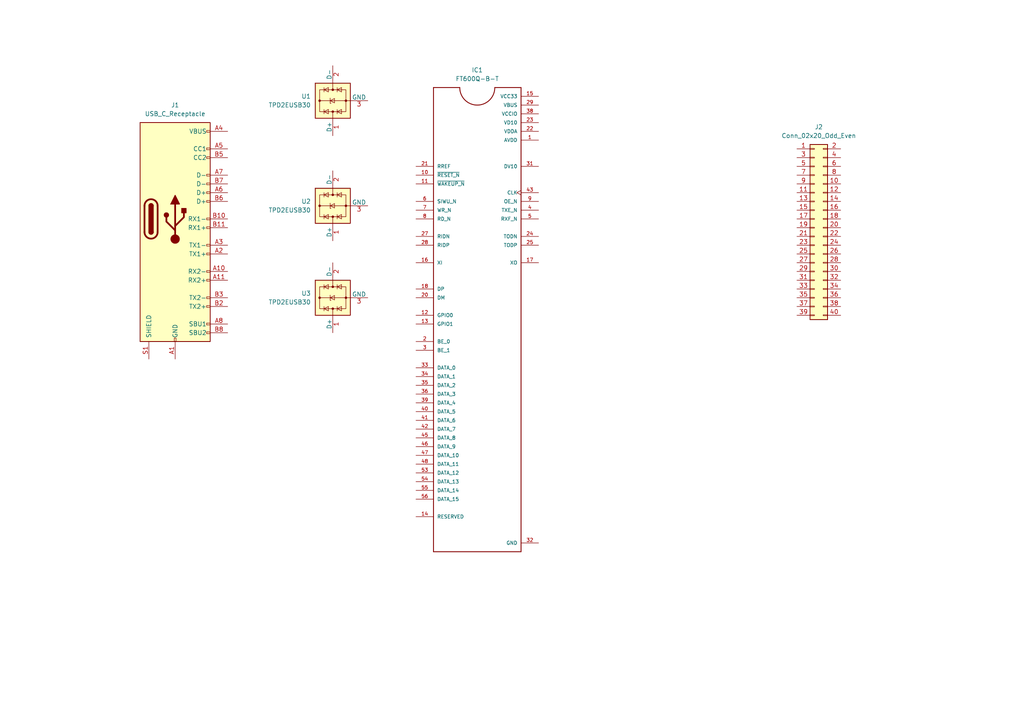
<source format=kicad_sch>
(kicad_sch (version 20231120) (generator "eeschema") (generator_version "8.0")
  (paper "A4")
  (lib_symbols
    (symbol "Connector:USB_C_Receptacle" (pin_names (offset 1.016))
      (property "Reference" "J" (at -10.16 29.21 0))
      (property "Value" "USB_C_Receptacle" (at 10.16 29.21 0))
      (symbol "USB_C_Receptacle_0_0"
        (rectangle (start -0.254 -35.56) (end 0.254 -34.544))
        (rectangle (start 10.16 -32.766) (end 9.144 -33.274))
        (rectangle (start 10.16 -30.226) (end 9.144 -30.734))
        (rectangle (start 10.16 -25.146) (end 9.144 -25.654))
        (rectangle (start 10.16 -22.606) (end 9.144 -23.114))
        (rectangle (start 10.16 -17.526) (end 9.144 -18.034))
        (rectangle (start 10.16 -14.986) (end 9.144 -15.494))
        (rectangle (start 10.16 -9.906) (end 9.144 -10.414))
        (rectangle (start 10.16 -7.366) (end 9.144 -7.874))
        (rectangle (start 10.16 -2.286) (end 9.144 -2.794))
        (rectangle (start 10.16 0.254) (end 9.144 -0.254))
        (rectangle (start 10.16 5.334) (end 9.144 4.826))
        (rectangle (start 10.16 7.874) (end 9.144 7.366))
        (rectangle (start 10.16 10.414) (end 9.144 9.906))
        (rectangle (start 10.16 12.954) (end 9.144 12.446))
        (rectangle (start 10.16 18.034) (end 9.144 17.526))
        (rectangle (start 10.16 20.574) (end 9.144 20.066))
        (rectangle (start 10.16 25.654) (end 9.144 25.146))
      )
      (symbol "USB_C_Receptacle_0_1"
        (rectangle (start -10.16 27.94) (end 10.16 -35.56) (stroke (width 0.254)) (fill (type background)))
        (arc (start -8.89 -3.81) (mid -6.985 -5.7067) (end -5.08 -3.81) (stroke (width 0.508)))
        (arc (start -7.62 -3.81) (mid -6.985 -4.4423) (end -6.35 -3.81) (stroke (width 0.254)))
        (arc (start -7.62 -3.81) (mid -6.985 -4.4423) (end -6.35 -3.81) (stroke (width 0.254)) (fill (type outline)))
        (rectangle (start -7.62 -3.81) (end -6.35 3.81) (stroke (width 0.254)) (fill (type outline)))
        (arc (start -6.35 3.81) (mid -6.985 4.4423) (end -7.62 3.81) (stroke (width 0.254)))
        (arc (start -6.35 3.81) (mid -6.985 4.4423) (end -7.62 3.81) (stroke (width 0.254)) (fill (type outline)))
        (arc (start -5.08 3.81) (mid -6.985 5.7067) (end -8.89 3.81) (stroke (width 0.508)))
        (polyline (pts (xy -8.89 -3.81) (xy -8.89 3.81)) (stroke (width 0.508)))
        (polyline (pts (xy -5.08 3.81) (xy -5.08 -3.81)) (stroke (width 0.508)))
      )
      (symbol "USB_C_Receptacle_1_1"
        (circle (center -2.54 1.143) (radius 0.635) (stroke (width 0.254)) (fill (type outline)))
        (circle (center 0 -5.842) (radius 1.27) (fill (type outline)))
        (polyline (pts (xy 0 -5.842) (xy 0 4.318)) (stroke (width 0.508)))
        (polyline (pts (xy 0 -3.302) (xy -2.54 -0.762) (xy -2.54 0.508)) (stroke (width 0.508)))
        (polyline (pts (xy 0 -2.032) (xy 2.54 0.508) (xy 2.54 1.778)) (stroke (width 0.508)))
        (polyline (pts (xy -1.27 4.318) (xy 0 6.858) (xy 1.27 4.318) (xy -1.27 4.318)) (stroke (width 0.254)) (fill (type outline)))
        (rectangle (start 1.905 1.778) (end 3.175 3.048) (stroke (width 0.254)) (fill (type outline)))
        (pin passive line (at 0 -40.64 90) (length 5.08) (name "GND") (number "A1"))
        (pin bidirectional line (at 15.24 -15.24 180) (length 5.08) (name "RX2-") (number "A10"))
        (pin bidirectional line (at 15.24 -17.78 180) (length 5.08) (name "RX2+") (number "A11"))
        (pin passive line (at 0 -40.64 90) (length 5.08) hide (name "GND") (number "A12"))
        (pin bidirectional line (at 15.24 -10.16 180) (length 5.08) (name "TX1+") (number "A2"))
        (pin bidirectional line (at 15.24 -7.62 180) (length 5.08) (name "TX1-") (number "A3"))
        (pin passive line (at 15.24 25.4 180) (length 5.08) (name "VBUS") (number "A4"))
        (pin bidirectional line (at 15.24 20.32 180) (length 5.08) (name "CC1") (number "A5"))
        (pin bidirectional line (at 15.24 7.62 180) (length 5.08) (name "D+") (number "A6"))
        (pin bidirectional line (at 15.24 12.7 180) (length 5.08) (name "D-") (number "A7"))
        (pin bidirectional line (at 15.24 -30.48 180) (length 5.08) (name "SBU1") (number "A8"))
        (pin passive line (at 15.24 25.4 180) (length 5.08) hide (name "VBUS") (number "A9"))
        (pin passive line (at 0 -40.64 90) (length 5.08) hide (name "GND") (number "B1"))
        (pin bidirectional line (at 15.24 0 180) (length 5.08) (name "RX1-") (number "B10"))
        (pin bidirectional line (at 15.24 -2.54 180) (length 5.08) (name "RX1+") (number "B11"))
        (pin passive line (at 0 -40.64 90) (length 5.08) hide (name "GND") (number "B12"))
        (pin bidirectional line (at 15.24 -25.4 180) (length 5.08) (name "TX2+") (number "B2"))
        (pin bidirectional line (at 15.24 -22.86 180) (length 5.08) (name "TX2-") (number "B3"))
        (pin passive line (at 15.24 25.4 180) (length 5.08) hide (name "VBUS") (number "B4"))
        (pin bidirectional line (at 15.24 17.78 180) (length 5.08) (name "CC2") (number "B5"))
        (pin bidirectional line (at 15.24 5.08 180) (length 5.08) (name "D+") (number "B6"))
        (pin bidirectional line (at 15.24 10.16 180) (length 5.08) (name "D-") (number "B7"))
        (pin bidirectional line (at 15.24 -33.02 180) (length 5.08) (name "SBU2") (number "B8"))
        (pin passive line (at 15.24 25.4 180) (length 5.08) hide (name "VBUS") (number "B9"))
        (pin passive line (at -7.62 -40.64 90) (length 5.08) (name "SHIELD") (number "S1"))
      )
    )
    (symbol "Connector_Generic:Conn_02x20_Odd_Even" (pin_names (offset 1.016) hide)
      (property "Reference" "J" (at 1.27 25.4 0))
      (property "Value" "Conn_02x20_Odd_Even" (at 1.27 -27.94 0))
      (symbol "Conn_02x20_Odd_Even_1_1"
        (rectangle (start -1.27 -25.273) (end 0 -25.527) (stroke (width 0.1524)))
        (rectangle (start -1.27 -22.733) (end 0 -22.987) (stroke (width 0.1524)))
        (rectangle (start -1.27 -20.193) (end 0 -20.447) (stroke (width 0.1524)))
        (rectangle (start -1.27 -17.653) (end 0 -17.907) (stroke (width 0.1524)))
        (rectangle (start -1.27 -15.113) (end 0 -15.367) (stroke (width 0.1524)))
        (rectangle (start -1.27 -12.573) (end 0 -12.827) (stroke (width 0.1524)))
        (rectangle (start -1.27 -10.033) (end 0 -10.287) (stroke (width 0.1524)))
        (rectangle (start -1.27 -7.493) (end 0 -7.747) (stroke (width 0.1524)))
        (rectangle (start -1.27 -4.953) (end 0 -5.207) (stroke (width 0.1524)))
        (rectangle (start -1.27 -2.413) (end 0 -2.667) (stroke (width 0.1524)))
        (rectangle (start -1.27 0.127) (end 0 -0.127) (stroke (width 0.1524)))
        (rectangle (start -1.27 2.667) (end 0 2.413) (stroke (width 0.1524)))
        (rectangle (start -1.27 5.207) (end 0 4.953) (stroke (width 0.1524)))
        (rectangle (start -1.27 7.747) (end 0 7.493) (stroke (width 0.1524)))
        (rectangle (start -1.27 10.287) (end 0 10.033) (stroke (width 0.1524)))
        (rectangle (start -1.27 12.827) (end 0 12.573) (stroke (width 0.1524)))
        (rectangle (start -1.27 15.367) (end 0 15.113) (stroke (width 0.1524)))
        (rectangle (start -1.27 17.907) (end 0 17.653) (stroke (width 0.1524)))
        (rectangle (start -1.27 20.447) (end 0 20.193) (stroke (width 0.1524)))
        (rectangle (start -1.27 22.987) (end 0 22.733) (stroke (width 0.1524)))
        (rectangle (start -1.27 24.13) (end 3.81 -26.67) (stroke (width 0.254)) (fill (type background)))
        (rectangle (start 3.81 -25.273) (end 2.54 -25.527) (stroke (width 0.1524)))
        (rectangle (start 3.81 -22.733) (end 2.54 -22.987) (stroke (width 0.1524)))
        (rectangle (start 3.81 -20.193) (end 2.54 -20.447) (stroke (width 0.1524)))
        (rectangle (start 3.81 -17.653) (end 2.54 -17.907) (stroke (width 0.1524)))
        (rectangle (start 3.81 -15.113) (end 2.54 -15.367) (stroke (width 0.1524)))
        (rectangle (start 3.81 -12.573) (end 2.54 -12.827) (stroke (width 0.1524)))
        (rectangle (start 3.81 -10.033) (end 2.54 -10.287) (stroke (width 0.1524)))
        (rectangle (start 3.81 -7.493) (end 2.54 -7.747) (stroke (width 0.1524)))
        (rectangle (start 3.81 -4.953) (end 2.54 -5.207) (stroke (width 0.1524)))
        (rectangle (start 3.81 -2.413) (end 2.54 -2.667) (stroke (width 0.1524)))
        (rectangle (start 3.81 0.127) (end 2.54 -0.127) (stroke (width 0.1524)))
        (rectangle (start 3.81 2.667) (end 2.54 2.413) (stroke (width 0.1524)))
        (rectangle (start 3.81 5.207) (end 2.54 4.953) (stroke (width 0.1524)))
        (rectangle (start 3.81 7.747) (end 2.54 7.493) (stroke (width 0.1524)))
        (rectangle (start 3.81 10.287) (end 2.54 10.033) (stroke (width 0.1524)))
        (rectangle (start 3.81 12.827) (end 2.54 12.573) (stroke (width 0.1524)))
        (rectangle (start 3.81 15.367) (end 2.54 15.113) (stroke (width 0.1524)))
        (rectangle (start 3.81 17.907) (end 2.54 17.653) (stroke (width 0.1524)))
        (rectangle (start 3.81 20.447) (end 2.54 20.193) (stroke (width 0.1524)))
        (rectangle (start 3.81 22.987) (end 2.54 22.733) (stroke (width 0.1524)))
        (pin passive line (at -5.08 22.86 0) (length 3.81) (name "Pin_1") (number "1"))
        (pin passive line (at 7.62 12.7 180) (length 3.81) (name "Pin_10") (number "10"))
        (pin passive line (at -5.08 10.16 0) (length 3.81) (name "Pin_11") (number "11"))
        (pin passive line (at 7.62 10.16 180) (length 3.81) (name "Pin_12") (number "12"))
        (pin passive line (at -5.08 7.62 0) (length 3.81) (name "Pin_13") (number "13"))
        (pin passive line (at 7.62 7.62 180) (length 3.81) (name "Pin_14") (number "14"))
        (pin passive line (at -5.08 5.08 0) (length 3.81) (name "Pin_15") (number "15"))
        (pin passive line (at 7.62 5.08 180) (length 3.81) (name "Pin_16") (number "16"))
        (pin passive line (at -5.08 2.54 0) (length 3.81) (name "Pin_17") (number "17"))
        (pin passive line (at 7.62 2.54 180) (length 3.81) (name "Pin_18") (number "18"))
        (pin passive line (at -5.08 0 0) (length 3.81) (name "Pin_19") (number "19"))
        (pin passive line (at 7.62 22.86 180) (length 3.81) (name "Pin_2") (number "2"))
        (pin passive line (at 7.62 0 180) (length 3.81) (name "Pin_20") (number "20"))
        (pin passive line (at -5.08 -2.54 0) (length 3.81) (name "Pin_21") (number "21"))
        (pin passive line (at 7.62 -2.54 180) (length 3.81) (name "Pin_22") (number "22"))
        (pin passive line (at -5.08 -5.08 0) (length 3.81) (name "Pin_23") (number "23"))
        (pin passive line (at 7.62 -5.08 180) (length 3.81) (name "Pin_24") (number "24"))
        (pin passive line (at -5.08 -7.62 0) (length 3.81) (name "Pin_25") (number "25"))
        (pin passive line (at 7.62 -7.62 180) (length 3.81) (name "Pin_26") (number "26"))
        (pin passive line (at -5.08 -10.16 0) (length 3.81) (name "Pin_27") (number "27"))
        (pin passive line (at 7.62 -10.16 180) (length 3.81) (name "Pin_28") (number "28"))
        (pin passive line (at -5.08 -12.7 0) (length 3.81) (name "Pin_29") (number "29"))
        (pin passive line (at -5.08 20.32 0) (length 3.81) (name "Pin_3") (number "3"))
        (pin passive line (at 7.62 -12.7 180) (length 3.81) (name "Pin_30") (number "30"))
        (pin passive line (at -5.08 -15.24 0) (length 3.81) (name "Pin_31") (number "31"))
        (pin passive line (at 7.62 -15.24 180) (length 3.81) (name "Pin_32") (number "32"))
        (pin passive line (at -5.08 -17.78 0) (length 3.81) (name "Pin_33") (number "33"))
        (pin passive line (at 7.62 -17.78 180) (length 3.81) (name "Pin_34") (number "34"))
        (pin passive line (at -5.08 -20.32 0) (length 3.81) (name "Pin_35") (number "35"))
        (pin passive line (at 7.62 -20.32 180) (length 3.81) (name "Pin_36") (number "36"))
        (pin passive line (at -5.08 -22.86 0) (length 3.81) (name "Pin_37") (number "37"))
        (pin passive line (at 7.62 -22.86 180) (length 3.81) (name "Pin_38") (number "38"))
        (pin passive line (at -5.08 -25.4 0) (length 3.81) (name "Pin_39") (number "39"))
        (pin passive line (at 7.62 20.32 180) (length 3.81) (name "Pin_4") (number "4"))
        (pin passive line (at 7.62 -25.4 180) (length 3.81) (name "Pin_40") (number "40"))
        (pin passive line (at -5.08 17.78 0) (length 3.81) (name "Pin_5") (number "5"))
        (pin passive line (at 7.62 17.78 180) (length 3.81) (name "Pin_6") (number "6"))
        (pin passive line (at -5.08 15.24 0) (length 3.81) (name "Pin_7") (number "7"))
        (pin passive line (at 7.62 15.24 180) (length 3.81) (name "Pin_8") (number "8"))
        (pin passive line (at -5.08 12.7 0) (length 3.81) (name "Pin_9") (number "9"))
      )
    )
    (symbol "Power_Protection:TPD2EUSB30" (pin_names (offset 0))
      (property "Reference" "U" (at 0 6.35 0))
      (property "Value" "TPD2EUSB30" (at 7.62 -7.62 0))
      (symbol "TPD2EUSB30_0_1"
        (rectangle (start -5.08 5.08) (end 5.08 -5.08) (stroke (width 0.254)) (fill (type background)))
        (circle (center -3.175 0) (radius 0.2794) (fill (type outline)))
        (rectangle (start -3.175 3.81) (end 3.175 -3.81))
        (circle (center 0 -3.81) (radius 0.2794) (fill (type outline)))
        (polyline (pts (xy -5.08 0) (xy -3.175 0)))
        (polyline (pts (xy -3.81 -1.27) (xy -2.54 -1.27)))
        (polyline (pts (xy -3.81 2.54) (xy -2.54 2.54)))
        (polyline (pts (xy 0 3.81) (xy 0 -5.08)))
        (polyline (pts (xy 2.54 -1.27) (xy 3.81 -1.27)))
        (polyline (pts (xy 2.54 2.54) (xy 3.81 2.54)))
        (polyline (pts (xy 5.08 0) (xy 3.175 0)))
        (polyline (pts (xy 0.762 0.762) (xy -0.762 0.762) (xy -0.762 0.508)))
        (polyline (pts (xy -2.54 -2.54) (xy -3.81 -2.54) (xy -3.175 -1.27) (xy -2.54 -2.54)))
        (polyline (pts (xy -2.54 1.27) (xy -3.81 1.27) (xy -3.175 2.54) (xy -2.54 1.27)))
        (polyline (pts (xy 0.635 -0.508) (xy -0.635 -0.508) (xy 0 0.762) (xy 0.635 -0.508)))
        (polyline (pts (xy 3.81 -2.54) (xy 2.54 -2.54) (xy 3.175 -1.27) (xy 3.81 -2.54)))
        (polyline (pts (xy 3.81 1.27) (xy 2.54 1.27) (xy 3.175 2.54) (xy 3.81 1.27)))
        (circle (center 0 3.81) (radius 0.2794) (fill (type outline)))
        (circle (center 3.175 0) (radius 0.2794) (fill (type outline)))
      )
      (symbol "TPD2EUSB30_1_1"
        (pin passive line (at -10.16 0 0) (length 5.08) (name "D+") (number "1"))
        (pin passive line (at 10.16 0 180) (length 5.08) (name "D-") (number "2"))
        (pin passive line (at 0 -10.16 90) (length 5.08) (name "GND") (number "3"))
      )
    )
    (symbol "USB3Board:FT600Q-B-T" (pin_names (offset 1.016))
      (property "Reference" "IC" (at -12.7403 76.4414 0))
      (property "Value" "FT600Q-B-T" (at -12.7201 -76.3208 0))
      (symbol "FT600Q-B-T_0_0"
        (arc (start -5.08 68.58) (mid 0 63.5221) (end 5.08 68.58) (stroke (width 0.254)))
        (polyline (pts (xy -12.7 -66.04) (xy 12.7 -66.04)) (stroke (width 0.254)))
        (polyline (pts (xy -12.7 68.58) (xy -12.7 -66.04)) (stroke (width 0.254)))
        (polyline (pts (xy -5.08 68.58) (xy -12.7 68.58)) (stroke (width 0.254)))
        (polyline (pts (xy 12.7 -66.04) (xy 12.7 68.58)) (stroke (width 0.254)))
        (polyline (pts (xy 12.7 68.58) (xy 5.08 68.58)) (stroke (width 0.254)))
        (pin power_in line (at 17.78 53.34 180) (length 5.08) (name "AVDD") (number "1"))
        (pin input line (at -17.78 43.18 0) (length 5.08) (name "~{RESET_N}") (number "10"))
        (pin input line (at -17.78 40.64 0) (length 5.08) (name "~{WAKEUP_N}") (number "11"))
        (pin bidirectional line (at -17.78 2.54 0) (length 5.08) (name "GPIO0") (number "12"))
        (pin bidirectional line (at -17.78 0 0) (length 5.08) (name "GPIO1") (number "13"))
        (pin bidirectional line (at -17.78 -55.88 0) (length 5.08) (name "RESERVED") (number "14"))
        (pin power_in line (at 17.78 66.04 180) (length 5.08) (name "VCC33") (number "15"))
        (pin input line (at -17.78 17.78 0) (length 5.08) (name "XI") (number "16"))
        (pin output line (at 17.78 17.78 180) (length 5.08) (name "XO") (number "17"))
        (pin bidirectional line (at -17.78 10.16 0) (length 5.08) (name "DP") (number "18"))
        (pin bidirectional line (at -17.78 -5.08 0) (length 5.08) (name "BE_0") (number "2"))
        (pin bidirectional line (at -17.78 7.62 0) (length 5.08) (name "DM") (number "20"))
        (pin input line (at -17.78 45.72 0) (length 5.08) (name "RREF") (number "21"))
        (pin power_in line (at 17.78 55.88 180) (length 5.08) (name "VDDA") (number "22"))
        (pin power_in line (at 17.78 58.42 180) (length 5.08) (name "VD10") (number "23"))
        (pin output line (at 17.78 25.4 180) (length 5.08) (name "TODN") (number "24"))
        (pin output line (at 17.78 22.86 180) (length 5.08) (name "TODP") (number "25"))
        (pin input line (at -17.78 25.4 0) (length 5.08) (name "RIDN") (number "27"))
        (pin input line (at -17.78 22.86 0) (length 5.08) (name "RIDP") (number "28"))
        (pin power_in line (at 17.78 63.5 180) (length 5.08) (name "VBUS") (number "29"))
        (pin bidirectional line (at -17.78 -7.62 0) (length 5.08) (name "BE_1") (number "3"))
        (pin output line (at 17.78 45.72 180) (length 5.08) (name "DV10") (number "31"))
        (pin passive line (at 17.78 -63.5 180) (length 5.08) (name "GND") (number "32"))
        (pin bidirectional line (at -17.78 -12.7 0) (length 5.08) (name "DATA_0") (number "33"))
        (pin bidirectional line (at -17.78 -15.24 0) (length 5.08) (name "DATA_1") (number "34"))
        (pin bidirectional line (at -17.78 -17.78 0) (length 5.08) (name "DATA_2") (number "35"))
        (pin bidirectional line (at -17.78 -20.32 0) (length 5.08) (name "DATA_3") (number "36"))
        (pin power_in line (at 17.78 60.96 180) (length 5.08) (name "VCCIO") (number "38"))
        (pin bidirectional line (at -17.78 -22.86 0) (length 5.08) (name "DATA_4") (number "39"))
        (pin output line (at 17.78 33.02 180) (length 5.08) (name "TXE_N") (number "4"))
        (pin bidirectional line (at -17.78 -25.4 0) (length 5.08) (name "DATA_5") (number "40"))
        (pin bidirectional line (at -17.78 -27.94 0) (length 5.08) (name "DATA_6") (number "41"))
        (pin bidirectional line (at -17.78 -30.48 0) (length 5.08) (name "DATA_7") (number "42"))
        (pin output clock (at 17.78 38.1 180) (length 5.08) (name "CLK") (number "43"))
        (pin bidirectional line (at -17.78 -33.02 0) (length 5.08) (name "DATA_8") (number "45"))
        (pin bidirectional line (at -17.78 -35.56 0) (length 5.08) (name "DATA_9") (number "46"))
        (pin bidirectional line (at -17.78 -38.1 0) (length 5.08) (name "DATA_10") (number "47"))
        (pin bidirectional line (at -17.78 -40.64 0) (length 5.08) (name "DATA_11") (number "48"))
        (pin output line (at 17.78 30.48 180) (length 5.08) (name "RXF_N") (number "5"))
        (pin bidirectional line (at -17.78 -43.18 0) (length 5.08) (name "DATA_12") (number "53"))
        (pin bidirectional line (at -17.78 -45.72 0) (length 5.08) (name "DATA_13") (number "54"))
        (pin bidirectional line (at -17.78 -48.26 0) (length 5.08) (name "DATA_14") (number "55"))
        (pin bidirectional line (at -17.78 -50.8 0) (length 5.08) (name "DATA_15") (number "56"))
        (pin input line (at -17.78 35.56 0) (length 5.08) (name "SIWU_N") (number "6"))
        (pin input line (at -17.78 33.02 0) (length 5.08) (name "WR_N") (number "7"))
        (pin input line (at -17.78 30.48 0) (length 5.08) (name "RD_N") (number "8"))
        (pin output line (at 17.78 35.56 180) (length 5.08) (name "OE_N") (number "9"))
      )
    )
  )
  (symbol (lib_id "USB3Board:FT600Q-B-T") (at 138.43 93.98 0) (unit 1)
    (property "Reference" "IC1" (at 138.43 20.32 0))
    (property "Value" "FT600Q-B-T" (at 138.43 22.86 0))
    (property "Footprint" "FT600Q-B-T:QFN40P700X700X85-57N" (effects (hide yes)))
    (property "MANUFACTURER" "FTDI Chip" (effects (hide yes)))
  )
  (symbol (lib_id "Power_Protection:TPD2EUSB30") (at 96.52 86.36 90) (unit 1)
    (property "Reference" "U3" (at 90.17 85.0899 90) (effects (justify left)))
    (property "Value" "TPD2EUSB30" (at 90.17 87.6299 90) (effects (justify left)))
    (property "Footprint" "Package_TO_SOT_SMD:Texas_DRT-3" (effects (hide yes)))
    (property "Datasheet" "http://www.ti.com/lit/ds/symlink/tpd2eusb30a.pdf" (effects (hide yes)))
    (property "Description" "2-Channel ESD Protection for Super-Speed USB 3.0 Interface, DRT-3" (effects (hide yes)))
  )
  (symbol (lib_id "Connector_Generic:Conn_02x20_Odd_Even") (at 236.22 66.04 0) (unit 1)
    (property "Reference" "J2" (at 237.49 36.83 0))
    (property "Value" "Conn_02x20_Odd_Even" (at 237.49 39.37 0))
    (property "Description" "Generic connector, double row, 02x20, odd/even pin numbering scheme (row 1 odd numbers, row 2 even numbers), script generated (kicad-library-utils/schlib/autogen/connector/)" (effects (hide yes)))
  )
  (symbol (lib_id "Connector:USB_C_Receptacle") (at 50.8 63.5 0) (unit 1)
    (property "Reference" "J1" (at 50.8 30.48 0))
    (property "Value" "USB_C_Receptacle" (at 50.8 33.02 0))
    (property "Datasheet" "https://www.usb.org/sites/default/files/documents/usb_type-c.zip" (effects (hide yes)))
    (property "Description" "USB Full-Featured Type-C Receptacle connector" (effects (hide yes)))
  )
  (symbol (lib_id "Power_Protection:TPD2EUSB30") (at 96.52 59.69 90) (unit 1)
    (property "Reference" "U2" (at 90.17 58.4199 90) (effects (justify left)))
    (property "Value" "TPD2EUSB30" (at 90.17 60.9599 90) (effects (justify left)))
    (property "Footprint" "Package_TO_SOT_SMD:Texas_DRT-3" (effects (hide yes)))
    (property "Datasheet" "http://www.ti.com/lit/ds/symlink/tpd2eusb30a.pdf" (effects (hide yes)))
    (property "Description" "2-Channel ESD Protection for Super-Speed USB 3.0 Interface, DRT-3" (effects (hide yes)))
  )
  (symbol (lib_id "Power_Protection:TPD2EUSB30") (at 96.52 29.21 90) (unit 1)
    (property "Reference" "U1" (at 90.17 27.9399 90) (effects (justify left)))
    (property "Value" "TPD2EUSB30" (at 90.17 30.4799 90) (effects (justify left)))
    (property "Footprint" "Package_TO_SOT_SMD:Texas_DRT-3" (effects (hide yes)))
    (property "Datasheet" "http://www.ti.com/lit/ds/symlink/tpd2eusb30a.pdf" (effects (hide yes)))
    (property "Description" "2-Channel ESD Protection for Super-Speed USB 3.0 Interface, DRT-3" (effects (hide yes)))
  )
)
</source>
